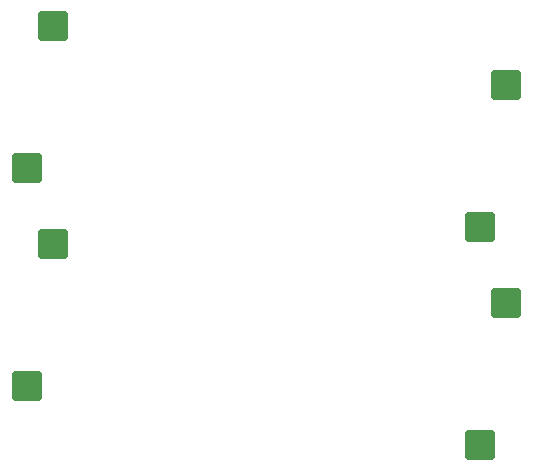
<source format=gbp>
%TF.GenerationSoftware,KiCad,Pcbnew,9.0.2*%
%TF.CreationDate,2025-06-05T16:57:42+02:00*%
%TF.ProjectId,MaSe,4d615365-2e6b-4696-9361-645f70636258,rev?*%
%TF.SameCoordinates,Original*%
%TF.FileFunction,Paste,Bot*%
%TF.FilePolarity,Positive*%
%FSLAX46Y46*%
G04 Gerber Fmt 4.6, Leading zero omitted, Abs format (unit mm)*
G04 Created by KiCad (PCBNEW 9.0.2) date 2025-06-05 16:57:42*
%MOMM*%
%LPD*%
G01*
G04 APERTURE LIST*
G04 Aperture macros list*
%AMRoundRect*
0 Rectangle with rounded corners*
0 $1 Rounding radius*
0 $2 $3 $4 $5 $6 $7 $8 $9 X,Y pos of 4 corners*
0 Add a 4 corners polygon primitive as box body*
4,1,4,$2,$3,$4,$5,$6,$7,$8,$9,$2,$3,0*
0 Add four circle primitives for the rounded corners*
1,1,$1+$1,$2,$3*
1,1,$1+$1,$4,$5*
1,1,$1+$1,$6,$7*
1,1,$1+$1,$8,$9*
0 Add four rect primitives between the rounded corners*
20,1,$1+$1,$2,$3,$4,$5,0*
20,1,$1+$1,$4,$5,$6,$7,0*
20,1,$1+$1,$6,$7,$8,$9,0*
20,1,$1+$1,$8,$9,$2,$3,0*%
G04 Aperture macros list end*
%ADD10RoundRect,0.250000X1.000000X-1.025000X1.000000X1.025000X-1.000000X1.025000X-1.000000X-1.025000X0*%
%ADD11RoundRect,0.250000X-1.000000X1.025000X-1.000000X-1.025000X1.000000X-1.025000X1.000000X1.025000X0*%
G04 APERTURE END LIST*
D10*
X33630000Y-41975000D03*
X35830000Y-29975000D03*
D11*
X74130000Y-53425000D03*
X71930000Y-65425000D03*
X74130000Y-34975000D03*
X71930000Y-46975000D03*
D10*
X33630000Y-60425000D03*
X35830000Y-48425000D03*
M02*

</source>
